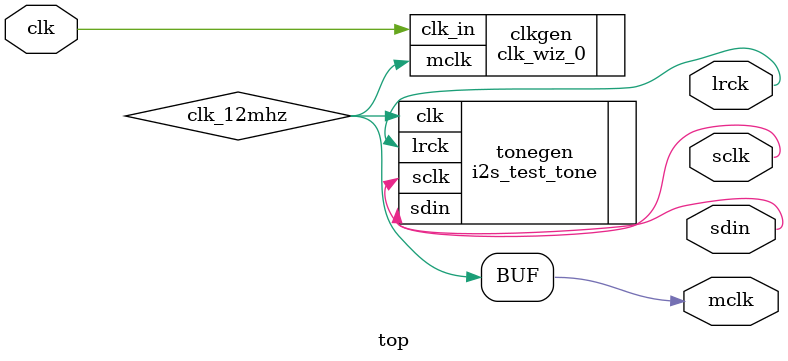
<source format=v>
module top (
    input clk,           // 100 MHz clock input
    output wire lrck,           // Left/Right clock to CS4344
    output wire sclk,           // Bit clock to CS4344
    output wire sdin,           // Audio data to CS4344
    output wire mclk            // Master clock to CS4344
);

wire clk_12mhz;

// Instantiate the clocking wizard to get 12.288 MHz
clk_wiz_0 clkgen (
    .clk_in(clk),
    .mclk(clk_12mhz)
);

// Map 12.288 MHz to MCLK pin
assign mclk = clk_12mhz;

// I2S Tone Generator
i2s_test_tone tonegen (
    .clk(clk_12mhz),   // This is MCLK
    .lrck(lrck),
    .sclk(sclk),
    .sdin(sdin)
);

endmodule

</source>
